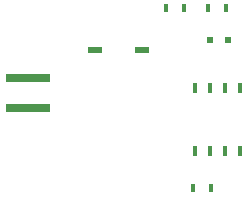
<source format=gtp>
G04 (created by PCBNEW (2013-09-18 BZR 4323)-product) date Mon 07 Oct 2013 07:07:53 PM PDT*
%MOIN*%
G04 Gerber Fmt 3.4, Leading zero omitted, Abs format*
%FSLAX34Y34*%
G01*
G70*
G90*
G04 APERTURE LIST*
%ADD10C,0.005906*%
%ADD11R,0.014160X0.033060*%
%ADD12R,0.015000X0.027000*%
%ADD13R,0.047220X0.023640*%
%ADD14R,0.018900X0.018900*%
%ADD15R,0.150000X0.030000*%
G04 APERTURE END LIST*
G54D10*
G54D11*
X6790Y6535D03*
X6790Y4435D03*
X7290Y6535D03*
X7790Y6535D03*
X8290Y6535D03*
X7290Y4435D03*
X7790Y4435D03*
X8290Y4435D03*
G54D12*
X7340Y3185D03*
X6740Y3185D03*
X7240Y9185D03*
X7840Y9185D03*
X6440Y9185D03*
X5840Y9185D03*
G54D13*
X3453Y7785D03*
X5027Y7785D03*
G54D14*
X7295Y8110D03*
X7885Y8110D03*
G54D15*
X1245Y6875D03*
X1245Y5875D03*
M02*

</source>
